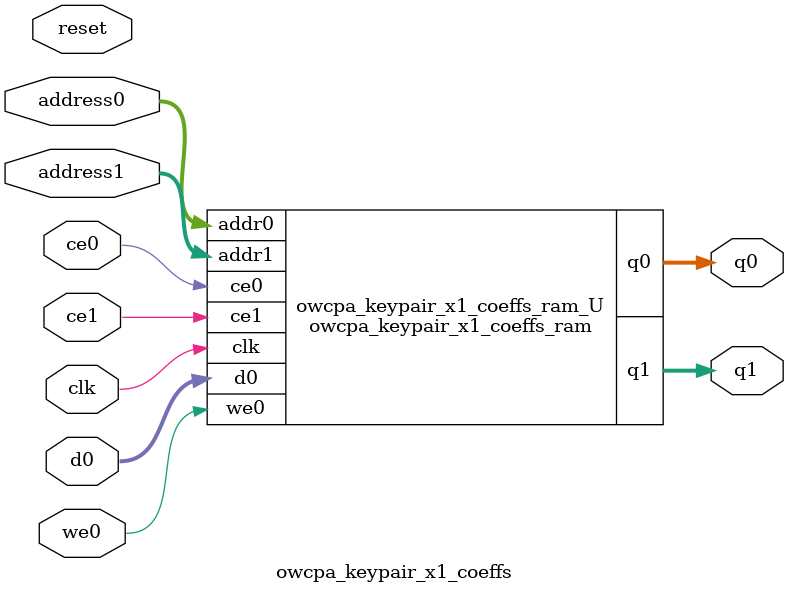
<source format=v>
`timescale 1 ns / 1 ps
module owcpa_keypair_x1_coeffs_ram (addr0, ce0, d0, we0, q0, addr1, ce1, q1,  clk);

parameter DWIDTH = 16;
parameter AWIDTH = 10;
parameter MEM_SIZE = 821;

input[AWIDTH-1:0] addr0;
input ce0;
input[DWIDTH-1:0] d0;
input we0;
output reg[DWIDTH-1:0] q0;
input[AWIDTH-1:0] addr1;
input ce1;
output reg[DWIDTH-1:0] q1;
input clk;

(* ram_style = "block" *)reg [DWIDTH-1:0] ram[0:MEM_SIZE-1];




always @(posedge clk)  
begin 
    if (ce0) 
    begin
        if (we0) 
        begin 
            ram[addr0] <= d0; 
        end 
        q0 <= ram[addr0];
    end
end


always @(posedge clk)  
begin 
    if (ce1) 
    begin
        q1 <= ram[addr1];
    end
end


endmodule

`timescale 1 ns / 1 ps
module owcpa_keypair_x1_coeffs(
    reset,
    clk,
    address0,
    ce0,
    we0,
    d0,
    q0,
    address1,
    ce1,
    q1);

parameter DataWidth = 32'd16;
parameter AddressRange = 32'd821;
parameter AddressWidth = 32'd10;
input reset;
input clk;
input[AddressWidth - 1:0] address0;
input ce0;
input we0;
input[DataWidth - 1:0] d0;
output[DataWidth - 1:0] q0;
input[AddressWidth - 1:0] address1;
input ce1;
output[DataWidth - 1:0] q1;



owcpa_keypair_x1_coeffs_ram owcpa_keypair_x1_coeffs_ram_U(
    .clk( clk ),
    .addr0( address0 ),
    .ce0( ce0 ),
    .we0( we0 ),
    .d0( d0 ),
    .q0( q0 ),
    .addr1( address1 ),
    .ce1( ce1 ),
    .q1( q1 ));

endmodule


</source>
